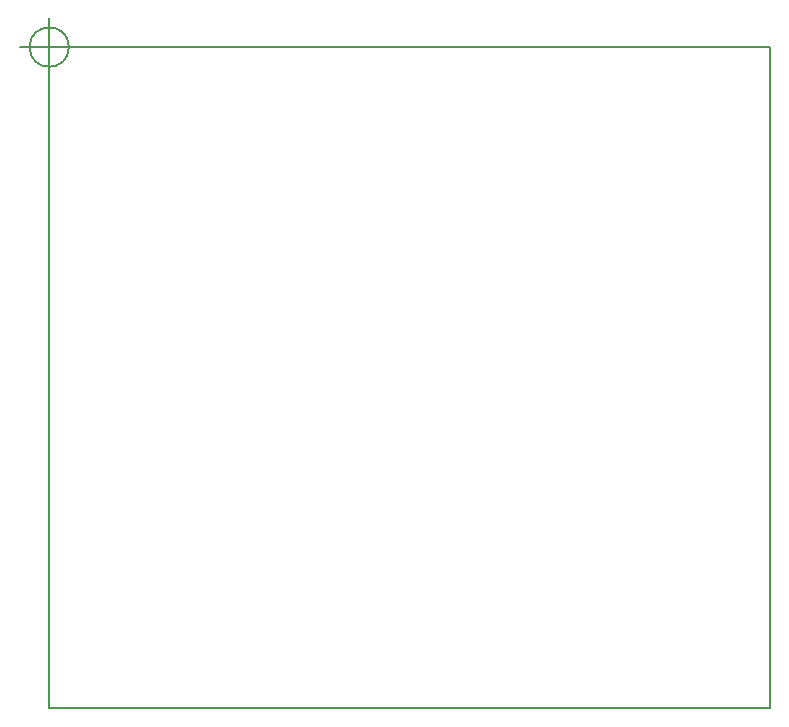
<source format=gbr>
G04 #@! TF.GenerationSoftware,KiCad,Pcbnew,5.0.2-bee76a0~70~ubuntu18.04.1*
G04 #@! TF.CreationDate,2020-08-17T12:22:27+12:00*
G04 #@! TF.ProjectId,Wireless232,57697265-6c65-4737-9332-33322e6b6963,rev?*
G04 #@! TF.SameCoordinates,Original*
G04 #@! TF.FileFunction,Profile,NP*
%FSLAX46Y46*%
G04 Gerber Fmt 4.6, Leading zero omitted, Abs format (unit mm)*
G04 Created by KiCad (PCBNEW 5.0.2-bee76a0~70~ubuntu18.04.1) date Mon 17 Aug 2020 12:22:27 NZST*
%MOMM*%
%LPD*%
G01*
G04 APERTURE LIST*
%ADD10C,0.200000*%
%ADD11C,0.150000*%
G04 APERTURE END LIST*
D10*
X155500000Y-111000000D02*
X94500000Y-111000000D01*
D11*
X96166666Y-55000000D02*
G75*
G03X96166666Y-55000000I-1666666J0D01*
G01*
X92000000Y-55000000D02*
X97000000Y-55000000D01*
X94500000Y-52500000D02*
X94500000Y-57500000D01*
D10*
X155500000Y-111000000D02*
X155500000Y-110000000D01*
X155500000Y-78000000D02*
X155500000Y-110000000D01*
X94500000Y-78000000D02*
X94500000Y-111000000D01*
X155500000Y-55000000D02*
X94500000Y-55000000D01*
X155500000Y-78000000D02*
X155500000Y-55000000D01*
X94500000Y-78000000D02*
X94500000Y-55000000D01*
M02*

</source>
